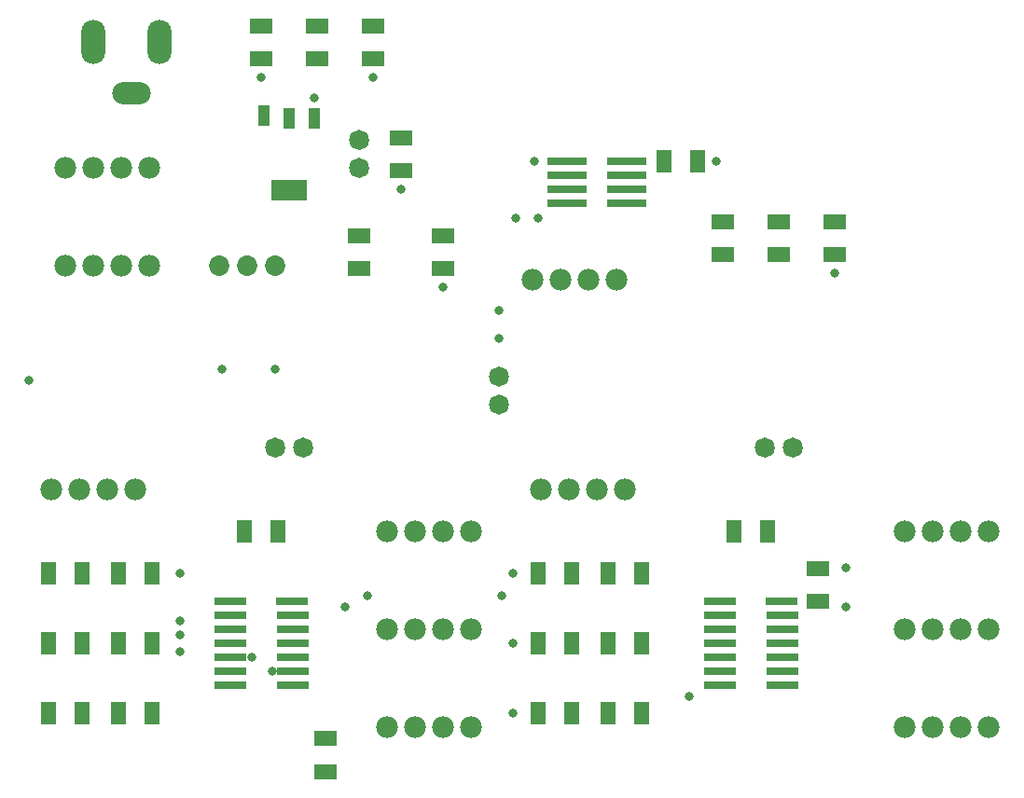
<source format=gts>
G04*
G04 #@! TF.GenerationSoftware,Altium Limited,Altium Designer,25.2.1 (25)*
G04*
G04 Layer_Color=8388736*
%FSLAX25Y25*%
%MOIN*%
G70*
G04*
G04 #@! TF.SameCoordinates,99A0EC09-0DB1-4406-8349-B672291F68DE*
G04*
G04*
G04 #@! TF.FilePolarity,Negative*
G04*
G01*
G75*
%ADD25C,0.00000*%
%ADD26R,0.07900X0.05200*%
%ADD27R,0.11233X0.03162*%
%ADD28R,0.04100X0.07493*%
%ADD29R,0.13000X0.07493*%
%ADD30R,0.05200X0.07900*%
%ADD31R,0.14186X0.03162*%
%ADD32C,0.07178*%
%ADD33C,0.07800*%
%ADD34O,0.08674X0.15761*%
%ADD35O,0.13792X0.07887*%
%ADD36C,0.07296*%
%ADD37C,0.03300*%
D25*
X183390Y140500D02*
G03*
X183390Y140500I-3390J0D01*
G01*
Y150500D02*
G03*
X183390Y150500I-3390J0D01*
G01*
X133390Y235000D02*
G03*
X133390Y235000I-3390J0D01*
G01*
Y225000D02*
G03*
X133390Y225000I-3390J0D01*
G01*
X278390Y125000D02*
G03*
X278390Y125000I-3390J0D01*
G01*
X288390D02*
G03*
X288390Y125000I-3390J0D01*
G01*
X103390D02*
G03*
X103390Y125000I-3390J0D01*
G01*
X113390D02*
G03*
X113390Y125000I-3390J0D01*
G01*
D26*
X118000Y21000D02*
D03*
Y9200D02*
D03*
X294000Y81900D02*
D03*
Y70100D02*
D03*
X95000Y264100D02*
D03*
Y275900D02*
D03*
X115000Y264100D02*
D03*
Y275900D02*
D03*
X135000D02*
D03*
Y264100D02*
D03*
X280000Y205900D02*
D03*
Y194100D02*
D03*
X260000Y205900D02*
D03*
Y194100D02*
D03*
X130000Y189100D02*
D03*
Y200900D02*
D03*
X160000D02*
D03*
Y189100D02*
D03*
X145000Y224100D02*
D03*
Y235900D02*
D03*
X300000Y194100D02*
D03*
Y205900D02*
D03*
D27*
X281000Y70000D02*
D03*
X281165Y65000D02*
D03*
Y60000D02*
D03*
Y55000D02*
D03*
Y50000D02*
D03*
Y45000D02*
D03*
Y40000D02*
D03*
X258835D02*
D03*
Y45000D02*
D03*
Y50000D02*
D03*
Y55000D02*
D03*
Y60000D02*
D03*
Y65000D02*
D03*
Y70000D02*
D03*
X106000D02*
D03*
X106165Y65000D02*
D03*
Y60000D02*
D03*
Y55000D02*
D03*
Y50000D02*
D03*
Y45000D02*
D03*
Y40000D02*
D03*
X83835D02*
D03*
Y45000D02*
D03*
Y50000D02*
D03*
Y55000D02*
D03*
Y60000D02*
D03*
Y65000D02*
D03*
Y70000D02*
D03*
D28*
X95900Y243779D02*
D03*
X105000Y242795D02*
D03*
X114100D02*
D03*
D29*
X105000Y217205D02*
D03*
D30*
X219100Y30000D02*
D03*
X230900D02*
D03*
X44100D02*
D03*
X55900D02*
D03*
X205900D02*
D03*
X194100D02*
D03*
X30900D02*
D03*
X19100D02*
D03*
X205900Y55000D02*
D03*
X194100D02*
D03*
X219100D02*
D03*
X230900D02*
D03*
X100900Y95000D02*
D03*
X89100D02*
D03*
X44100Y80000D02*
D03*
X55900D02*
D03*
X44100Y55000D02*
D03*
X55900D02*
D03*
X30900Y80000D02*
D03*
X19100D02*
D03*
X30900Y55000D02*
D03*
X19100D02*
D03*
X205900Y80000D02*
D03*
X194100D02*
D03*
X219100D02*
D03*
X230900D02*
D03*
X275900Y95000D02*
D03*
X264100D02*
D03*
X250900Y227500D02*
D03*
X239100D02*
D03*
D31*
X225630D02*
D03*
Y222500D02*
D03*
Y217500D02*
D03*
Y212500D02*
D03*
X204370D02*
D03*
Y217500D02*
D03*
Y222500D02*
D03*
Y227500D02*
D03*
D32*
X180000Y140500D02*
D03*
Y150500D02*
D03*
X130000Y235000D02*
D03*
Y225000D02*
D03*
X275000Y125000D02*
D03*
X285000D02*
D03*
X100000D02*
D03*
X110000D02*
D03*
D33*
X335000Y60000D02*
D03*
X325000D02*
D03*
X355000D02*
D03*
X345000D02*
D03*
X335000Y95000D02*
D03*
X325000D02*
D03*
X355000D02*
D03*
X345000D02*
D03*
X335000Y25000D02*
D03*
X325000D02*
D03*
X355000D02*
D03*
X345000D02*
D03*
X205000Y110000D02*
D03*
X195000D02*
D03*
X225000D02*
D03*
X215000D02*
D03*
X35000Y190000D02*
D03*
X25000D02*
D03*
X55000D02*
D03*
X45000D02*
D03*
X35000Y225000D02*
D03*
X25000D02*
D03*
X55000D02*
D03*
X45000D02*
D03*
X202000Y185000D02*
D03*
X192000D02*
D03*
X222000D02*
D03*
X212000D02*
D03*
X30000Y110000D02*
D03*
X20000D02*
D03*
X50000D02*
D03*
X40000D02*
D03*
X150000Y95000D02*
D03*
X140000D02*
D03*
X170000D02*
D03*
X160000D02*
D03*
X150000Y60000D02*
D03*
X140000D02*
D03*
X170000D02*
D03*
X160000D02*
D03*
X150000Y25000D02*
D03*
X140000D02*
D03*
X170000D02*
D03*
X160000D02*
D03*
D34*
X58622Y270000D02*
D03*
X35000D02*
D03*
D35*
X48779Y251693D02*
D03*
D36*
X100000Y190000D02*
D03*
X90000D02*
D03*
X80000D02*
D03*
D37*
X125000Y68000D02*
D03*
X181000Y72000D02*
D03*
X133000D02*
D03*
X99000Y45000D02*
D03*
X91750Y50000D02*
D03*
X180000Y164000D02*
D03*
Y174000D02*
D03*
X66000Y63000D02*
D03*
X192500Y227500D02*
D03*
X194000Y207000D02*
D03*
X186000D02*
D03*
X81000Y153000D02*
D03*
X100000D02*
D03*
X66000Y52000D02*
D03*
Y58000D02*
D03*
Y80000D02*
D03*
X12000Y149000D02*
D03*
X248000Y36000D02*
D03*
X304000Y68000D02*
D03*
Y82000D02*
D03*
X300000Y187500D02*
D03*
X185000Y30000D02*
D03*
Y55000D02*
D03*
Y80000D02*
D03*
X257500Y227500D02*
D03*
X160000Y182500D02*
D03*
X135000Y257500D02*
D03*
X95000D02*
D03*
X145000Y217500D02*
D03*
X114000Y250000D02*
D03*
M02*

</source>
